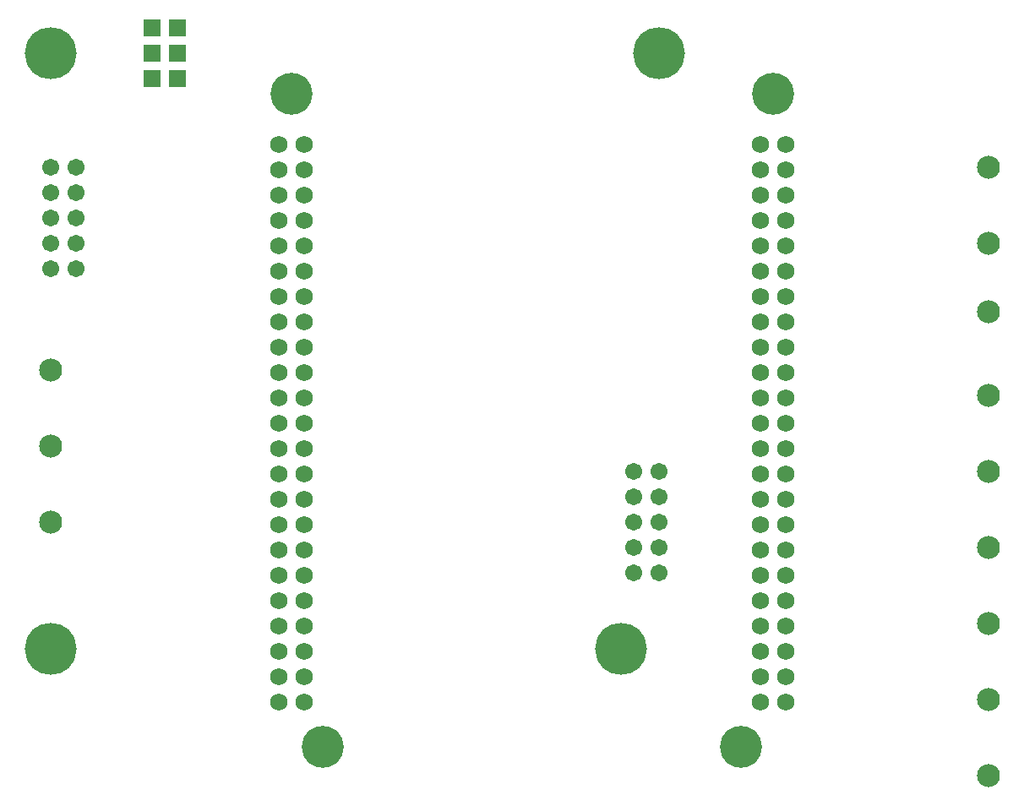
<source format=gbr>
G04 Layer_Color=16711935*
%FSLAX26Y26*%
%MOIN*%
%TF.FileFunction,Soldermask,Bot*%
%TF.Part,Single*%
G01*
G75*
%TA.AperFunction,ComponentPad*%
%ADD20C,0.090677*%
%ADD21R,0.068000X0.068000*%
%ADD22C,0.068000*%
%ADD23C,0.165480*%
%TA.AperFunction,ViaPad*%
%ADD24C,0.204850*%
%TA.AperFunction,ComponentPad*%
%ADD25C,0.067055*%
D20*
X3700000Y1900000D02*
D03*
Y1330000D02*
D03*
Y400000D02*
D03*
Y-200000D02*
D03*
Y100000D02*
D03*
Y1600000D02*
D03*
Y700000D02*
D03*
Y1000000D02*
D03*
X0Y500000D02*
D03*
X3700000Y-500000D02*
D03*
X0Y800000D02*
D03*
Y1100000D02*
D03*
D21*
X500000Y2250000D02*
D03*
Y2350000D02*
D03*
Y2450000D02*
D03*
X400000D02*
D03*
Y2350000D02*
D03*
Y2250000D02*
D03*
D22*
X900000Y1987500D02*
D03*
X2800000Y-212500D02*
D03*
Y-112500D02*
D03*
Y-12500D02*
D03*
Y87500D02*
D03*
Y187500D02*
D03*
Y287500D02*
D03*
Y387500D02*
D03*
Y487500D02*
D03*
Y587500D02*
D03*
Y687500D02*
D03*
Y787500D02*
D03*
Y887500D02*
D03*
Y987500D02*
D03*
Y1087500D02*
D03*
Y1187500D02*
D03*
Y1287500D02*
D03*
Y1387500D02*
D03*
Y1487500D02*
D03*
Y1587500D02*
D03*
Y1687500D02*
D03*
Y1787500D02*
D03*
Y1887500D02*
D03*
X2900000Y-212500D02*
D03*
Y-112500D02*
D03*
Y-12500D02*
D03*
Y87500D02*
D03*
Y187500D02*
D03*
Y287500D02*
D03*
Y387500D02*
D03*
Y487500D02*
D03*
Y587500D02*
D03*
Y687500D02*
D03*
Y787500D02*
D03*
Y887500D02*
D03*
Y987500D02*
D03*
Y1087500D02*
D03*
Y1187500D02*
D03*
Y1287500D02*
D03*
Y1387500D02*
D03*
Y1487500D02*
D03*
Y1587500D02*
D03*
Y1687500D02*
D03*
Y1787500D02*
D03*
Y1887500D02*
D03*
Y1987500D02*
D03*
X2800000D02*
D03*
X900000Y-212500D02*
D03*
Y-112500D02*
D03*
Y-12500D02*
D03*
Y87500D02*
D03*
Y187500D02*
D03*
Y287500D02*
D03*
Y387500D02*
D03*
Y487500D02*
D03*
Y587500D02*
D03*
Y687500D02*
D03*
Y787500D02*
D03*
Y887500D02*
D03*
Y987500D02*
D03*
Y1087500D02*
D03*
Y1187500D02*
D03*
Y1287500D02*
D03*
Y1387500D02*
D03*
Y1487500D02*
D03*
Y1587500D02*
D03*
Y1687500D02*
D03*
Y1787500D02*
D03*
Y1887500D02*
D03*
X1000000Y-212500D02*
D03*
Y-112500D02*
D03*
Y-12500D02*
D03*
Y87500D02*
D03*
Y187500D02*
D03*
Y287500D02*
D03*
Y387500D02*
D03*
Y487500D02*
D03*
Y587500D02*
D03*
Y687500D02*
D03*
Y787500D02*
D03*
Y887500D02*
D03*
Y987500D02*
D03*
Y1087500D02*
D03*
Y1187500D02*
D03*
Y1287500D02*
D03*
Y1387500D02*
D03*
Y1487500D02*
D03*
Y1587500D02*
D03*
Y1687500D02*
D03*
Y1787500D02*
D03*
Y1887500D02*
D03*
Y1987500D02*
D03*
D23*
X1075000Y-387500D02*
D03*
X2725000D02*
D03*
X2850000Y2187500D02*
D03*
X950000D02*
D03*
D24*
X0Y2350000D02*
D03*
X2400000D02*
D03*
X2250000Y0D02*
D03*
X0D02*
D03*
D25*
X2400000Y700000D02*
D03*
Y600000D02*
D03*
Y500000D02*
D03*
Y400000D02*
D03*
Y300000D02*
D03*
X2300000Y700000D02*
D03*
Y600000D02*
D03*
Y500000D02*
D03*
Y400000D02*
D03*
Y300000D02*
D03*
X100000Y1900000D02*
D03*
Y1800000D02*
D03*
Y1700000D02*
D03*
Y1600000D02*
D03*
Y1500000D02*
D03*
X0Y1900000D02*
D03*
Y1800000D02*
D03*
Y1700000D02*
D03*
Y1600000D02*
D03*
Y1500000D02*
D03*
%TF.MD5,f523e9a244ddaea5412a4147b1ec3d8b*%
M02*

</source>
